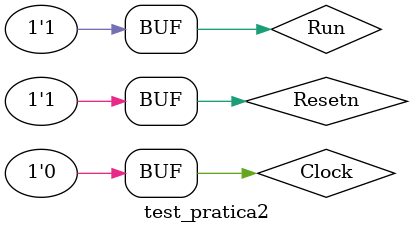
<source format=v>
module test_pratica2;
  reg Resetn;
  reg Clock;
  reg Run;
  wire Done;
  wire [15:0]r0,r1,r2,r3,r4,PC;

  initial begin
    Clock = 0;
    Resetn = 1'b1;
    Run = 1'b1;
	 $monitor("T%d | Done: %b | r0: %h | r1: %h | r2: %d | r3: %d | r4: %h | r5: %d | r6: %d | pc: %d | pc_incr: %b IR: %b\n ", proc.Tstep_Q, Done, proc.r0,proc.r1,proc.r2,proc.r3,proc.r4,proc.r5,proc.r6,proc.PC,proc.pc_incr,proc.IR);
  end

  initial begin
  
	 /*
	 //--------------- CASO 1 ----------------------------
	 //1
	 $display("mv");
     Clock =1;
	 #1 Clock = 0;
	 #1 Clock =1;
	 #1 Clock = 0;
	 #1 Clock =1;
	 #1 Clock = 0;
	 #1 Clock =1;
	 #1 Clock = 0;
	 
	 //2
	 $display("mv");
	 #1 Clock =1;
	 #1 Clock = 0;
	 #1 Clock =1;
	 #1 Clock = 0;
	 #1 Clock =1;
	 #1 Clock = 0;
	 #1 Clock =1;
	 #1 Clock = 0;
	 
	 //3
	 $display("add");
	 #1 Clock =1;
	 #1 Clock = 0;
	 #1 Clock =1;
	 #1 Clock = 0;
	 #1 Clock =1;
	 #1 Clock = 0;
	 #1 Clock =1;
	 #1 Clock = 0;
	 #1 Clock =1;
	 #1 Clock = 0;
	 #1 Clock =1;
	 #1 Clock = 0;
	 
	 //4
	 $display("mv");
	 #1 Clock =1;
	 #1 Clock = 0;
	 #1 Clock =1;
	 #1 Clock = 0;
	 #1 Clock =1;
	 #1 Clock = 0;
	 #1 Clock =1;
	 #1 Clock = 0;
	 
	 //5
	 $display("add");
	 #1 Clock =1;
	 #1 Clock = 0;
	 #1 Clock =1;
	 #1 Clock = 0;
	 #1 Clock =1;
	 #1 Clock = 0;
	 #1 Clock =1;
	 #1 Clock = 0;
	 #1 Clock =1;
	 #1 Clock = 0;
	 #1 Clock =1;
	 #1 Clock = 0;
	 
	 //6
	 $display("sub");
	 #1 Clock =1;
	 #1 Clock = 0;
	 #1 Clock =1;
	 #1 Clock = 0;
	 #1 Clock =1;
	 #1 Clock = 0;
	 #1 Clock =1;
	 #1 Clock = 0;
	 #1 Clock =1;
	 #1 Clock = 0;
	 #1 Clock =1;
	 #1 Clock = 0;
	 
	 //7
	 $display("mv");
	 #1 Clock =1;
	 #1 Clock = 0;
	 #1 Clock =1;
	 #1 Clock = 0;
	 #1 Clock =1;
	 #1 Clock = 0;
	 #1 Clock =1;
	 #1 Clock = 0;
	 
	 //8
	 $display("add");
	 #1 Clock =1;
	 #1 Clock = 0;
	 #1 Clock =1;
	 #1 Clock = 0;
	 #1 Clock =1;
	 #1 Clock = 0;
	 #1 Clock =1;
	 #1 Clock = 0;
	 #1 Clock =1;
	 #1 Clock = 0;
	 #1 Clock =1;
	 #1 Clock = 0;
	 
	 //9
	 $display("and");
	 #1 Clock =1;
	 #1 Clock = 0;
	 #1 Clock =1;
	 #1 Clock = 0;
	 #1 Clock =1;
	 #1 Clock = 0;
	 #1 Clock =1;
	 #1 Clock = 0;
	 #1 Clock =1;
	 #1 Clock = 0;
	 #1 Clock =1;
	 #1 Clock = 0;

	 
	 //10
	 $display("sll");
	 #1 Clock =1;
	 #1 Clock = 0;
	 #1 Clock =1;
	 #1 Clock = 0;
	 #1 Clock =1;
	 #1 Clock = 0;
	 #1 Clock =1;
	 #1 Clock = 0;
	 #1 Clock =1;
	 #1 Clock = 0;
	 #1 Clock =1;
	 #1 Clock = 0;
	 
	 //11
	 $display("srl");
	 #1 Clock =1;
	 #1 Clock = 0;
	 #1 Clock =1;
	 #1 Clock = 0;
	 #1 Clock =1;
	 #1 Clock = 0;
	 #1 Clock =1;
	 #1 Clock = 0;
	 #1 Clock =1;
	 #1 Clock = 0;
	 #1 Clock =1;
	 #1 Clock = 0;
	 
	 //12
	 $display("mv");
	 #1 Clock =1;
	 #1 Clock = 0;
	 #1 Clock =1;
	 #1 Clock = 0;
	 #1 Clock =1;
	 #1 Clock = 0;
	 #1 Clock =1;
	 #1 Clock = 0;

	 
	 //13
	 $display("and");
	 #1 Clock =1;
	 #1 Clock = 0;
	 #1 Clock =1;
	 #1 Clock = 0;
	 #1 Clock =1;
	 #1 Clock = 0;
	 #1 Clock =1;
	 #1 Clock = 0;
	 #1 Clock =1;
	 #1 Clock = 0;
	 #1 Clock =1;
	 #1 Clock = 0;
	 
	 //14
	 $display("sll");
	 #1 Clock =1;
	 #1 Clock = 0;
	 #1 Clock =1;
	 #1 Clock = 0;
	 #1 Clock =1;
	 #1 Clock = 0;
	 #1 Clock =1;
	 #1 Clock = 0;
	 #1 Clock =1;
	 #1 Clock = 0;
	 #1 Clock =1;
	 #1 Clock = 0;
	 
	 //15
	 $display("sub");
	 #1 Clock =1;
	 #1 Clock = 0;
	 #1 Clock =1;
	 #1 Clock = 0;
	 #1 Clock =1;
	 #1 Clock = 0;
	 #1 Clock =1;
	 #1 Clock = 0;
	 #1 Clock =1;
	 #1 Clock = 0;
	 #1 Clock =1;
	 #1 Clock = 0;
	 
	 //16
	 $display("srl");
	 #1 Clock =1;
	 #1 Clock = 0;
	 #1 Clock =1;
	 #1 Clock = 0;
	 #1 Clock =1;
	 #1 Clock = 0;
	 #1 Clock =1;
	 #1 Clock = 0;
	 #1 Clock =1;
	 #1 Clock = 0;
	 #1 Clock =1;
	 #1 Clock = 0;
	 
	 //17
	 $display("add");
	 #1 Clock =1;
	 #1 Clock = 0;
	 #1 Clock =1;
	 #1 Clock = 0;
	 #1 Clock =1;
	 #1 Clock = 0;
	 #1 Clock =1;
	 #1 Clock = 0;
	 #1 Clock =1;
	 #1 Clock = 0;
	 #1 Clock =1;
	 #1 Clock = 0;
	 
	 //18
	 $display("ld");
	 #1 Clock =1;
	 #1 Clock = 0;
	 #1 Clock =1;
	 #1 Clock = 0;
	 #1 Clock =1;
	 #1 Clock = 0;
	 #1 Clock =1;
	 #1 Clock = 0;
	 #1 Clock =1;
	 #1 Clock = 0;
	 #1 Clock =1;
	 #1 Clock = 0;
	 
	 //19
	 $display("add");
	 #1 Clock =1;
	 #1 Clock = 0;
	 #1 Clock =1;
	 #1 Clock = 0;
	 #1 Clock =1;
	 #1 Clock = 0;
	 #1 Clock =1;
	 #1 Clock = 0;
	 #1 Clock =1;
	 #1 Clock = 0;
	 #1 Clock =1;
	 #1 Clock = 0;
	 
	 //20
	 $display("sub");
	 #1 Clock =1;
	 #1 Clock = 0;
	 #1 Clock =1;
	 #1 Clock = 0;
	 #1 Clock =1;
	 #1 Clock = 0;
	 #1 Clock =1;
	 #1 Clock = 0;
	 #1 Clock =1;
	 #1 Clock = 0;
	 #1 Clock =1;
	 #1 Clock = 0;
	 
	 //21
	 $display("sd");
	 #1 Clock =1;
	 #1 Clock = 0;
	 #1 Clock =1;
	 #1 Clock = 0;
	 #1 Clock =1;
	 #1 Clock = 0;
	 #1 Clock =1;
	 #1 Clock = 0;
	 #1 Clock =1;
	 #1 Clock = 0;
	 
	 //22
	 $display("ld");
	 #1 Clock =1;
	 #1 Clock = 0;
	 #1 Clock =1;
	 #1 Clock = 0;
	 #1 Clock =1;
	 #1 Clock = 0;
	 #1 Clock =1;
	 #1 Clock = 0;
	 #1 Clock =1;
	 #1 Clock = 0;
	 #1 Clock =1;
	 #1 Clock = 0;
	 
	 //23
	 $display("sub");
	 #1 Clock =1;
	 #1 Clock = 0;
	 #1 Clock =1;
	 #1 Clock = 0;
	 #1 Clock =1;
	 #1 Clock = 0;
	 #1 Clock =1;
	 #1 Clock = 0;
	 #1 Clock =1;
	 #1 Clock = 0;
	 #1 Clock =1;
	 #1 Clock = 0;
	 #1 Clock =1;
	 #1 Clock = 0;
	 #1 Clock =1;
	 #1 Clock = 0;
	 */
	 
	 /*
	 //--------------- CASO 2 ----------------------------
	 //1
	 $display("mv");
     Clock =1;
	 #1 Clock = 0;
	 #1 Clock =1;
	 #1 Clock = 0;
	 #1 Clock =1;
	 #1 Clock = 0;
	 #1 Clock =1;
	 #1 Clock = 0;
	 
	 //2
	 $display("mvt");
	 #1 Clock =1;
	 #1 Clock = 0;
	 #1 Clock =1;
	 #1 Clock = 0;
	 #1 Clock =1;
	 #1 Clock = 0;
	 #1 Clock =1;
	 #1 Clock = 0;
	 
	 //3
	 $display("add");
	 #1 Clock =1;
	 #1 Clock = 0;
	 #1 Clock =1;
	 #1 Clock = 0;
	 #1 Clock =1;
	 #1 Clock = 0;
	 #1 Clock =1;
	 #1 Clock = 0;
	 #1 Clock =1;
	 #1 Clock = 0;
	 #1 Clock =1;
	 #1 Clock = 0;
	 
	 //4
	 $display("sub");
	 #1 Clock =1;
	 #1 Clock = 0;
	 #1 Clock =1;
	 #1 Clock = 0;
	 #1 Clock =1;
	 #1 Clock = 0;
	 #1 Clock =1;
	 #1 Clock = 0;
	 #1 Clock =1;
	 #1 Clock = 0;
	 #1 Clock =1;
	 #1 Clock = 0;
	 
	 //5
	 $display("add");
	 #1 Clock =1;
	 #1 Clock = 0;
	 #1 Clock =1;
	 #1 Clock = 0;
	 #1 Clock =1;
	 #1 Clock = 0;
	 #1 Clock =1;
	 #1 Clock = 0;
	 #1 Clock =1;
	 #1 Clock = 0;
	 #1 Clock =1;
	 #1 Clock = 0;
	 #1 Clock =1;
	 #1 Clock = 0;
	 #1 Clock =1;
	 #1 Clock = 0;
	 */
	 
	 /*
	 //--------------- CASO 3 ----------------------------
	 //1
	 $display("mv");
     Clock =1;
	 #1 Clock = 0;
	 #1 Clock =1;
	 #1 Clock = 0;
	 #1 Clock =1;
	 #1 Clock = 0;
	 #1 Clock =1;
	 #1 Clock = 0;
	 
	 //2
	 $display("ld");
	 #1 Clock =1;
	 #1 Clock = 0;
	 #1 Clock =1;
	 #1 Clock = 0;
	 #1 Clock =1;
	 #1 Clock = 0;
	 #1 Clock =1;
	 #1 Clock = 0;
	 #1 Clock =1;
	 #1 Clock = 0;
	 #1 Clock =1;
	 #1 Clock = 0;
	 
	 //3
	 $display("lsl");
	 #1 Clock =1;
	 #1 Clock = 0;
	 #1 Clock =1;
	 #1 Clock = 0;
	 #1 Clock =1;
	 #1 Clock = 0;
	 #1 Clock =1;
	 #1 Clock = 0;
	 #1 Clock =1;
	 #1 Clock = 0;
	 #1 Clock =1;
	 #1 Clock = 0;
	 
	 //4
	 $display("lsr");
	 #1 Clock =1;
	 #1 Clock = 0;
	 #1 Clock =1;
	 #1 Clock = 0;
	 #1 Clock =1;
	 #1 Clock = 0;
	 #1 Clock =1;
	 #1 Clock = 0;
	 #1 Clock =1;
	 #1 Clock = 0;
	 #1 Clock =1;
	 #1 Clock = 0;
	 
	 //5
	 $display("ldl");
	 #1 Clock =1;
	 #1 Clock = 0;
	 #1 Clock =1;
	 #1 Clock = 0;
	 #1 Clock =1;
	 #1 Clock = 0;
	 #1 Clock =1;
	 #1 Clock = 0;
	 #1 Clock =1;
	 #1 Clock = 0;
	 #1 Clock =1;
	 #1 Clock = 0;
	 
	 //6
	 $display("asr");
	 #1 Clock =1;
	 #1 Clock = 0;
	 #1 Clock =1;
	 #1 Clock = 0;
	 #1 Clock =1;
	 #1 Clock = 0;
	 #1 Clock =1;
	 #1 Clock = 0;
	 #1 Clock =1;
	 #1 Clock = 0;
	 #1 Clock =1;
	 #1 Clock = 0;
	 
	 //7
	 $display("ror");
	 #1 Clock =1;
	 #1 Clock = 0;
	 #1 Clock =1;
	 #1 Clock = 0;
	 #1 Clock =1;
	 #1 Clock = 0;
	 #1 Clock =1;
	 #1 Clock = 0;
	 #1 Clock =1;
	 #1 Clock = 0;
	 #1 Clock =1;
	 #1 Clock = 0;
	 #1 Clock =1;
	 #1 Clock = 0;
	 #1 Clock =1;
	 #1 Clock = 0;
	 */
	 
	 
	 //--------------- CASO 4 ----------------------------
	 //1
	 $display("mv");
     Clock =1;
	 #1 Clock = 0;
	 #1 Clock =1;
	 #1 Clock = 0;
	 #1 Clock =1;
	 #1 Clock = 0;
	 #1 Clock =1;
	 #1 Clock = 0;
	 
	 //2
	 $display("sub");
	 #1 Clock =1;
	 #1 Clock = 0;
	 #1 Clock =1;
	 #1 Clock = 0;
	 #1 Clock =1;
	 #1 Clock = 0;
	 #1 Clock =1;
	 #1 Clock = 0;
	 #1 Clock =1;
	 #1 Clock = 0;
	 #1 Clock =1;
	 #1 Clock = 0;
	 
	 //3
	 $display("bne");
	 #1 Clock =1;
	 #1 Clock = 0;
	 #1 Clock =1;
	 #1 Clock = 0;
	 #1 Clock =1;
	 #1 Clock = 0;
	 #1 Clock =1;
	 #1 Clock = 0;
	 #1 Clock =1;
	 #1 Clock = 0;
	 #1 Clock =1;
	 #1 Clock = 0;
	 
	 //4
	 $display("sub");
	 #1 Clock =1;
	 #1 Clock = 0;
	 #1 Clock =1;
	 #1 Clock = 0;
	 #1 Clock =1;
	 #1 Clock = 0;
	 #1 Clock =1;
	 #1 Clock = 0;
	 #1 Clock =1;
	 #1 Clock = 0;
	 #1 Clock =1;
	 #1 Clock = 0;
	 
	 //5
	 $display("bne");
	 #1 Clock =1;
	 #1 Clock = 0;
	 #1 Clock =1;
	 #1 Clock = 0;
	 #1 Clock =1;
	 #1 Clock = 0;
	 #1 Clock =1;
	 #1 Clock = 0;
	 
	 //6
	 $display("beq");
	 #1 Clock =1;
	 #1 Clock = 0;
	 #1 Clock =1;
	 #1 Clock = 0;
	 #1 Clock =1;
	 #1 Clock = 0;
	 #1 Clock =1;
	 #1 Clock = 0;
	 #1 Clock =1;
	 #1 Clock = 0;
	 #1 Clock =1;
	 #1 Clock = 0;
	 
	 //7
	 $display("mvt");
	 #1 Clock =1;
	 #1 Clock = 0;
	 #1 Clock =1;
	 #1 Clock = 0;
	 #1 Clock =1;
	 #1 Clock = 0;
	 #1 Clock =1;
	 #1 Clock = 0;
	 
	 //8
	 $display("add");
	 #1 Clock =1;
	 #1 Clock = 0;
	 #1 Clock =1;
	 #1 Clock = 0;
	 #1 Clock =1;
	 #1 Clock = 0;
	 #1 Clock =1;
	 #1 Clock = 0;
	 #1 Clock =1;
	 #1 Clock = 0;
	 #1 Clock =1;
	 #1 Clock = 0;
	 
	 //9
	 $display("B");
	 #1 Clock =1;
	 #1 Clock = 0;
	 #1 Clock =1;
	 #1 Clock = 0;
	 #1 Clock =1;
	 #1 Clock = 0;
	 #1 Clock =1;
	 #1 Clock = 0;
	 #1 Clock =1;
	 #1 Clock = 0;
	 #1 Clock =1;
	 #1 Clock = 0;

	 //10
	 $display("mv");
	 #1 Clock =1;
	 #1 Clock = 0;
	 #1 Clock =1;
	 #1 Clock = 0;
	 #1 Clock =1;
	 #1 Clock = 0;
	 #1 Clock =1;
	 #1 Clock = 0;
	 
	 //11
	 $display("sub");
	 #1 Clock =1;
	 #1 Clock = 0;
	 #1 Clock =1;
	 #1 Clock = 0;
	 #1 Clock =1;
	 #1 Clock = 0;
	 #1 Clock =1;
	 #1 Clock = 0;
	 #1 Clock =1;
	 #1 Clock = 0;
	 #1 Clock =1;
	 #1 Clock = 0;
	 #1 Clock =1;
	 #1 Clock = 0;
	 #1 Clock =1;
	 #1 Clock = 0;
	 
	 
	 
  end

  Processador proc(
	  Resetn,
	  Clock,
	  Run,
	  Done,
	  r0,
	  r1,
	  r2,
	  r3,
	  r4,
	  PC
  );
endmodule
</source>
